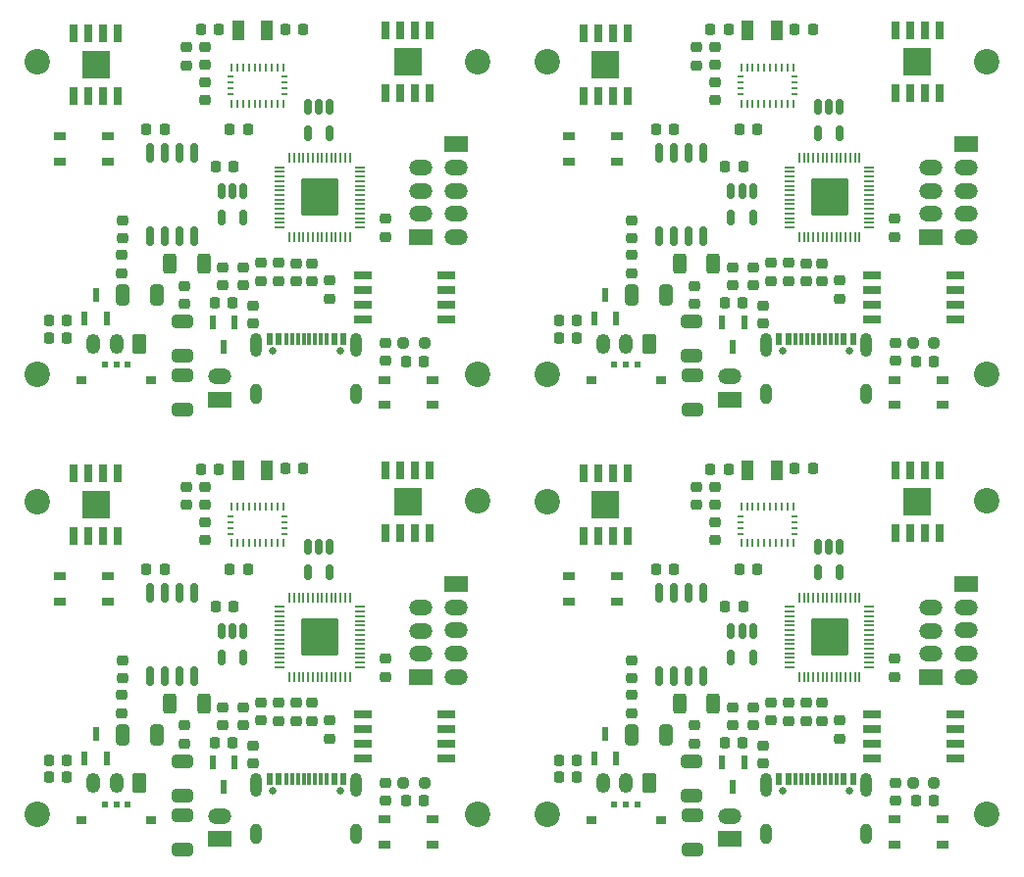
<source format=gbr>
%TF.GenerationSoftware,KiCad,Pcbnew,(6.0.4)*%
%TF.CreationDate,2022-09-20T15:17:21+09:00*%
%TF.ProjectId,mainboard_p_rev3,6d61696e-626f-4617-9264-5f705f726576,rev?*%
%TF.SameCoordinates,Original*%
%TF.FileFunction,Soldermask,Top*%
%TF.FilePolarity,Negative*%
%FSLAX46Y46*%
G04 Gerber Fmt 4.6, Leading zero omitted, Abs format (unit mm)*
G04 Created by KiCad (PCBNEW (6.0.4)) date 2022-09-20 15:17:21*
%MOMM*%
%LPD*%
G01*
G04 APERTURE LIST*
G04 Aperture macros list*
%AMRoundRect*
0 Rectangle with rounded corners*
0 $1 Rounding radius*
0 $2 $3 $4 $5 $6 $7 $8 $9 X,Y pos of 4 corners*
0 Add a 4 corners polygon primitive as box body*
4,1,4,$2,$3,$4,$5,$6,$7,$8,$9,$2,$3,0*
0 Add four circle primitives for the rounded corners*
1,1,$1+$1,$2,$3*
1,1,$1+$1,$4,$5*
1,1,$1+$1,$6,$7*
1,1,$1+$1,$8,$9*
0 Add four rect primitives between the rounded corners*
20,1,$1+$1,$2,$3,$4,$5,0*
20,1,$1+$1,$4,$5,$6,$7,0*
20,1,$1+$1,$6,$7,$8,$9,0*
20,1,$1+$1,$8,$9,$2,$3,0*%
G04 Aperture macros list end*
%ADD10RoundRect,0.225000X-0.225000X-0.250000X0.225000X-0.250000X0.225000X0.250000X-0.225000X0.250000X0*%
%ADD11R,1.650000X0.650000*%
%ADD12RoundRect,0.250000X0.350000X0.625000X-0.350000X0.625000X-0.350000X-0.625000X0.350000X-0.625000X0*%
%ADD13O,1.200000X1.750000*%
%ADD14RoundRect,0.225000X0.225000X0.250000X-0.225000X0.250000X-0.225000X-0.250000X0.225000X-0.250000X0*%
%ADD15RoundRect,0.250000X0.650000X-0.325000X0.650000X0.325000X-0.650000X0.325000X-0.650000X-0.325000X0*%
%ADD16RoundRect,0.225000X0.250000X-0.225000X0.250000X0.225000X-0.250000X0.225000X-0.250000X-0.225000X0*%
%ADD17RoundRect,0.150000X-0.150000X0.512500X-0.150000X-0.512500X0.150000X-0.512500X0.150000X0.512500X0*%
%ADD18RoundRect,0.225000X-0.250000X0.225000X-0.250000X-0.225000X0.250000X-0.225000X0.250000X0.225000X0*%
%ADD19C,2.200000*%
%ADD20RoundRect,0.237500X-0.250000X-0.237500X0.250000X-0.237500X0.250000X0.237500X-0.250000X0.237500X0*%
%ADD21R,1.000000X1.800000*%
%ADD22R,0.600000X1.300000*%
%ADD23R,2.000000X1.350000*%
%ADD24O,2.000000X1.350000*%
%ADD25RoundRect,0.050000X0.387500X0.050000X-0.387500X0.050000X-0.387500X-0.050000X0.387500X-0.050000X0*%
%ADD26RoundRect,0.050000X0.050000X0.387500X-0.050000X0.387500X-0.050000X-0.387500X0.050000X-0.387500X0*%
%ADD27RoundRect,0.144000X1.456000X1.456000X-1.456000X1.456000X-1.456000X-1.456000X1.456000X-1.456000X0*%
%ADD28R,0.600000X0.510000*%
%ADD29R,0.900000X0.700000*%
%ADD30R,1.050000X0.650000*%
%ADD31R,0.650000X1.525000*%
%ADD32R,2.390000X2.390000*%
%ADD33R,0.250000X0.675000*%
%ADD34R,0.575000X0.250000*%
%ADD35RoundRect,0.250000X0.325000X0.650000X-0.325000X0.650000X-0.325000X-0.650000X0.325000X-0.650000X0*%
%ADD36C,0.650000*%
%ADD37R,0.600000X1.140000*%
%ADD38R,0.300000X1.140000*%
%ADD39O,1.000000X2.100000*%
%ADD40O,1.000000X1.800000*%
%ADD41RoundRect,0.150000X-0.150000X0.712500X-0.150000X-0.712500X0.150000X-0.712500X0.150000X0.712500X0*%
%ADD42RoundRect,0.250000X-0.312500X-0.625000X0.312500X-0.625000X0.312500X0.625000X-0.312500X0.625000X0*%
G04 APERTURE END LIST*
D10*
%TO.C,R73*%
X141037800Y-124353400D03*
X142587800Y-124353400D03*
%TD*%
D11*
%TO.C,IC13*%
X175296200Y-124201000D03*
X175296200Y-122931000D03*
X175296200Y-121661000D03*
X175296200Y-120391000D03*
X168096200Y-120391000D03*
X168096200Y-121661000D03*
X168096200Y-122931000D03*
X168096200Y-124201000D03*
%TD*%
D12*
%TO.C,J25*%
X148836200Y-126309200D03*
D13*
X146836200Y-126309200D03*
X144836200Y-126309200D03*
%TD*%
D14*
%TO.C,R82*%
X150982800Y-107818000D03*
X149432800Y-107818000D03*
%TD*%
D10*
%TO.C,C118*%
X161396200Y-99131200D03*
X162946200Y-99131200D03*
%TD*%
D14*
%TO.C,R78*%
X156901000Y-122804000D03*
X155351000Y-122804000D03*
%TD*%
D15*
%TO.C,C115*%
X152519200Y-127352400D03*
X152519200Y-124402400D03*
%TD*%
D16*
%TO.C,C120*%
X154475000Y-102243000D03*
X154475000Y-100693000D03*
%TD*%
D17*
%TO.C,Y7*%
X165270000Y-105834800D03*
X164320000Y-105834800D03*
X163370000Y-105834800D03*
X163370000Y-108109800D03*
X165270000Y-108109800D03*
%TD*%
D18*
%TO.C,R80*%
X154475000Y-103741000D03*
X154475000Y-105291000D03*
%TD*%
D14*
%TO.C,R71*%
X173411000Y-127833200D03*
X171861000Y-127833200D03*
%TD*%
D16*
%TO.C,R74*%
X163725700Y-120925000D03*
X163725700Y-119375000D03*
%TD*%
%TO.C,D8*%
X170045200Y-117102000D03*
X170045200Y-115552000D03*
%TD*%
D19*
%TO.C,REF\u002A\u002A16*%
X178000000Y-101925200D03*
%TD*%
D18*
%TO.C,R91*%
X157777000Y-119743000D03*
X157777000Y-121293000D03*
%TD*%
%TO.C,C104*%
X170096000Y-126245400D03*
X170096000Y-127795400D03*
%TD*%
%TO.C,C91*%
X165270000Y-120886000D03*
X165270000Y-122436000D03*
%TD*%
D20*
%TO.C,R72*%
X171594600Y-126283800D03*
X173419600Y-126283800D03*
%TD*%
D14*
%TO.C,C100*%
X156939400Y-111043800D03*
X155389400Y-111043800D03*
%TD*%
D18*
%TO.C,C97*%
X159301000Y-119349000D03*
X159301000Y-120899000D03*
%TD*%
D19*
%TO.C,5*%
X178000000Y-129000000D03*
%TD*%
D21*
%TO.C,Y8*%
X159835310Y-99296208D03*
X157335310Y-99296208D03*
%TD*%
D22*
%TO.C,Q11*%
X157025200Y-124522600D03*
X155125200Y-124522600D03*
X156075200Y-126622600D03*
%TD*%
D23*
%TO.C,J30*%
X173144000Y-117114400D03*
D24*
X173144000Y-115114400D03*
X173144000Y-113114400D03*
X173144000Y-111114400D03*
%TD*%
D25*
%TO.C,U13*%
X167825100Y-116276900D03*
X167825100Y-115876900D03*
X167825100Y-115476900D03*
X167825100Y-115076900D03*
X167825100Y-114676900D03*
X167825100Y-114276900D03*
X167825100Y-113876900D03*
X167825100Y-113476900D03*
X167825100Y-113076900D03*
X167825100Y-112676900D03*
X167825100Y-112276900D03*
X167825100Y-111876900D03*
X167825100Y-111476900D03*
X167825100Y-111076900D03*
D26*
X166987600Y-110239400D03*
X166587600Y-110239400D03*
X166187600Y-110239400D03*
X165787600Y-110239400D03*
X165387600Y-110239400D03*
X164987600Y-110239400D03*
X164587600Y-110239400D03*
X164187600Y-110239400D03*
X163787600Y-110239400D03*
X163387600Y-110239400D03*
X162987600Y-110239400D03*
X162587600Y-110239400D03*
X162187600Y-110239400D03*
X161787600Y-110239400D03*
D25*
X160950100Y-111076900D03*
X160950100Y-111476900D03*
X160950100Y-111876900D03*
X160950100Y-112276900D03*
X160950100Y-112676900D03*
X160950100Y-113076900D03*
X160950100Y-113476900D03*
X160950100Y-113876900D03*
X160950100Y-114276900D03*
X160950100Y-114676900D03*
X160950100Y-115076900D03*
X160950100Y-115476900D03*
X160950100Y-115876900D03*
X160950100Y-116276900D03*
D26*
X161787600Y-117114400D03*
X162187600Y-117114400D03*
X162587600Y-117114400D03*
X162987600Y-117114400D03*
X163387600Y-117114400D03*
X163787600Y-117114400D03*
X164187600Y-117114400D03*
X164587600Y-117114400D03*
X164987600Y-117114400D03*
X165387600Y-117114400D03*
X165787600Y-117114400D03*
X166187600Y-117114400D03*
X166587600Y-117114400D03*
X166987600Y-117114400D03*
D27*
X164387600Y-113676900D03*
%TD*%
D10*
%TO.C,C117*%
X156646400Y-107792600D03*
X158196400Y-107792600D03*
%TD*%
D28*
%TO.C,SW4*%
X145829600Y-128131600D03*
X147829600Y-128131600D03*
X146829600Y-128131600D03*
D29*
X143829600Y-129486600D03*
X149829600Y-129486600D03*
%TD*%
D22*
%TO.C,Q10*%
X144104200Y-124177000D03*
X146004200Y-124177000D03*
X145054200Y-122077000D03*
%TD*%
D15*
%TO.C,C114*%
X152544600Y-132026000D03*
X152544600Y-129076000D03*
%TD*%
D18*
%TO.C,R83*%
X147312200Y-118676200D03*
X147312200Y-120226200D03*
%TD*%
D14*
%TO.C,C119*%
X155681800Y-99182000D03*
X154131800Y-99182000D03*
%TD*%
D23*
%TO.C,J31*%
X176192000Y-109101200D03*
D24*
X176192000Y-111101200D03*
X176192000Y-113101200D03*
X176192000Y-115101200D03*
X176192000Y-117101200D03*
%TD*%
D18*
%TO.C,R84*%
X147337600Y-115679000D03*
X147337600Y-117229000D03*
%TD*%
D30*
%TO.C,S7*%
X170002200Y-129450600D03*
X174152200Y-129450600D03*
X170002200Y-131600600D03*
X174152200Y-131600600D03*
%TD*%
D31*
%TO.C,IC16*%
X143146600Y-104967400D03*
X144416600Y-104967400D03*
X145686600Y-104967400D03*
X146956600Y-104967400D03*
X146956600Y-99543400D03*
X145686600Y-99543400D03*
X144416600Y-99543400D03*
X143146600Y-99543400D03*
D32*
X145051600Y-102255400D03*
%TD*%
D16*
%TO.C,C102*%
X152900200Y-102268400D03*
X152900200Y-100718400D03*
%TD*%
D33*
%TO.C,AC4*%
X156771600Y-102439400D03*
D34*
X156708600Y-103252400D03*
X156708600Y-103752400D03*
X156708600Y-104252400D03*
X156708600Y-104752400D03*
D33*
X156771600Y-105565400D03*
X157271600Y-105565400D03*
X157771600Y-105565400D03*
X158271600Y-105565400D03*
X158771600Y-105565400D03*
X159271600Y-105565400D03*
X159771600Y-105565400D03*
X160271600Y-105565400D03*
X160771600Y-105565400D03*
X161271600Y-105565400D03*
D34*
X161334600Y-104752400D03*
X161334600Y-104252400D03*
X161334600Y-103752400D03*
X161334600Y-103252400D03*
D33*
X161271600Y-102439400D03*
X160771600Y-102439400D03*
X160271600Y-102439400D03*
X159771600Y-102439400D03*
X159271600Y-102439400D03*
X158771600Y-102439400D03*
X158271600Y-102439400D03*
X157771600Y-102439400D03*
X157271600Y-102439400D03*
%TD*%
D17*
%TO.C,U15*%
X157812600Y-113157500D03*
X156862600Y-113157500D03*
X155912600Y-113157500D03*
X155912600Y-115432500D03*
X157812600Y-115432500D03*
%TD*%
D35*
%TO.C,C111*%
X150311200Y-122118200D03*
X147361200Y-122118200D03*
%TD*%
D36*
%TO.C,U14*%
X166140000Y-126970000D03*
X160360000Y-126970000D03*
D37*
X160050000Y-125900000D03*
X160850000Y-125900000D03*
D38*
X161500000Y-125900000D03*
X162000000Y-125900000D03*
X162500000Y-125900000D03*
X163000000Y-125900000D03*
X163500000Y-125900000D03*
X164000000Y-125900000D03*
X164500000Y-125900000D03*
X165000000Y-125900000D03*
D37*
X165650000Y-125900000D03*
X166450000Y-125900000D03*
D39*
X167570000Y-126470000D03*
X158930000Y-126470000D03*
D40*
X158930000Y-130650000D03*
X167570000Y-130650000D03*
%TD*%
D18*
%TO.C,C94*%
X160825000Y-119362000D03*
X160825000Y-120912000D03*
%TD*%
D23*
%TO.C,J26*%
X155795800Y-131135200D03*
D24*
X155795800Y-129135200D03*
%TD*%
D30*
%TO.C,S8*%
X141925000Y-108425000D03*
X146075000Y-108425000D03*
X141925000Y-110575000D03*
X146075000Y-110575000D03*
%TD*%
D18*
%TO.C,C106*%
X152747800Y-121317800D03*
X152747800Y-122867800D03*
%TD*%
D19*
%TO.C,REF\u002A\u002A13*%
X140000000Y-129000000D03*
%TD*%
D31*
%TO.C,IC15*%
X170095000Y-104713400D03*
X171365000Y-104713400D03*
X172635000Y-104713400D03*
X173905000Y-104713400D03*
X173905000Y-99289400D03*
X172635000Y-99289400D03*
X171365000Y-99289400D03*
X170095000Y-99289400D03*
D32*
X172000000Y-102001400D03*
%TD*%
D19*
%TO.C,REF\u002A\u002A14*%
X178000000Y-129000000D03*
%TD*%
D16*
%TO.C,R75*%
X162349000Y-120925000D03*
X162349000Y-119375000D03*
%TD*%
D18*
%TO.C,R92*%
X158666000Y-123032000D03*
X158666000Y-124582000D03*
%TD*%
D41*
%TO.C,U16*%
X153535200Y-109818900D03*
X152265200Y-109818900D03*
X150995200Y-109818900D03*
X149725200Y-109818900D03*
X149725200Y-117043900D03*
X150995200Y-117043900D03*
X152265200Y-117043900D03*
X153535200Y-117043900D03*
%TD*%
D10*
%TO.C,R70*%
X141025400Y-125801200D03*
X142575400Y-125801200D03*
%TD*%
D42*
%TO.C,R79*%
X151437700Y-119425800D03*
X154362700Y-119425800D03*
%TD*%
D18*
%TO.C,R77*%
X155999000Y-119743000D03*
X155999000Y-121293000D03*
%TD*%
D19*
%TO.C,REF\u002A\u002A15*%
X140000000Y-102000000D03*
%TD*%
D10*
%TO.C,R50*%
X97037800Y-124353400D03*
X98587800Y-124353400D03*
%TD*%
D11*
%TO.C,IC5*%
X131296200Y-124201000D03*
X131296200Y-122931000D03*
X131296200Y-121661000D03*
X131296200Y-120391000D03*
X124096200Y-120391000D03*
X124096200Y-121661000D03*
X124096200Y-122931000D03*
X124096200Y-124201000D03*
%TD*%
D12*
%TO.C,J17*%
X104836200Y-126309200D03*
D13*
X102836200Y-126309200D03*
X100836200Y-126309200D03*
%TD*%
D14*
%TO.C,R59*%
X106982800Y-107818000D03*
X105432800Y-107818000D03*
%TD*%
D10*
%TO.C,C88*%
X117396200Y-99131200D03*
X118946200Y-99131200D03*
%TD*%
D14*
%TO.C,R55*%
X112901000Y-122804000D03*
X111351000Y-122804000D03*
%TD*%
D15*
%TO.C,C85*%
X108519200Y-127352400D03*
X108519200Y-124402400D03*
%TD*%
D16*
%TO.C,C90*%
X110475000Y-102243000D03*
X110475000Y-100693000D03*
%TD*%
D17*
%TO.C,Y5*%
X121270000Y-105834800D03*
X120320000Y-105834800D03*
X119370000Y-105834800D03*
X119370000Y-108109800D03*
X121270000Y-108109800D03*
%TD*%
D18*
%TO.C,R57*%
X110475000Y-103741000D03*
X110475000Y-105291000D03*
%TD*%
D14*
%TO.C,R48*%
X129411000Y-127833200D03*
X127861000Y-127833200D03*
%TD*%
D16*
%TO.C,R51*%
X119725700Y-120925000D03*
X119725700Y-119375000D03*
%TD*%
%TO.C,D6*%
X126045200Y-117102000D03*
X126045200Y-115552000D03*
%TD*%
D19*
%TO.C,REF\u002A\u002A10*%
X134000000Y-101925200D03*
%TD*%
D18*
%TO.C,R68*%
X113777000Y-119743000D03*
X113777000Y-121293000D03*
%TD*%
%TO.C,C74*%
X126096000Y-126245400D03*
X126096000Y-127795400D03*
%TD*%
%TO.C,C61*%
X121270000Y-120886000D03*
X121270000Y-122436000D03*
%TD*%
D20*
%TO.C,R49*%
X127594600Y-126283800D03*
X129419600Y-126283800D03*
%TD*%
D14*
%TO.C,C70*%
X112939400Y-111043800D03*
X111389400Y-111043800D03*
%TD*%
D18*
%TO.C,C67*%
X115301000Y-119349000D03*
X115301000Y-120899000D03*
%TD*%
D19*
%TO.C,3*%
X134000000Y-129000000D03*
%TD*%
D21*
%TO.C,Y6*%
X115835310Y-99296208D03*
X113335310Y-99296208D03*
%TD*%
D22*
%TO.C,Q6*%
X113025200Y-124522600D03*
X111125200Y-124522600D03*
X112075200Y-126622600D03*
%TD*%
D23*
%TO.C,J22*%
X129144000Y-117114400D03*
D24*
X129144000Y-115114400D03*
X129144000Y-113114400D03*
X129144000Y-111114400D03*
%TD*%
D25*
%TO.C,U3*%
X123825100Y-116276900D03*
X123825100Y-115876900D03*
X123825100Y-115476900D03*
X123825100Y-115076900D03*
X123825100Y-114676900D03*
X123825100Y-114276900D03*
X123825100Y-113876900D03*
X123825100Y-113476900D03*
X123825100Y-113076900D03*
X123825100Y-112676900D03*
X123825100Y-112276900D03*
X123825100Y-111876900D03*
X123825100Y-111476900D03*
X123825100Y-111076900D03*
D26*
X122987600Y-110239400D03*
X122587600Y-110239400D03*
X122187600Y-110239400D03*
X121787600Y-110239400D03*
X121387600Y-110239400D03*
X120987600Y-110239400D03*
X120587600Y-110239400D03*
X120187600Y-110239400D03*
X119787600Y-110239400D03*
X119387600Y-110239400D03*
X118987600Y-110239400D03*
X118587600Y-110239400D03*
X118187600Y-110239400D03*
X117787600Y-110239400D03*
D25*
X116950100Y-111076900D03*
X116950100Y-111476900D03*
X116950100Y-111876900D03*
X116950100Y-112276900D03*
X116950100Y-112676900D03*
X116950100Y-113076900D03*
X116950100Y-113476900D03*
X116950100Y-113876900D03*
X116950100Y-114276900D03*
X116950100Y-114676900D03*
X116950100Y-115076900D03*
X116950100Y-115476900D03*
X116950100Y-115876900D03*
X116950100Y-116276900D03*
D26*
X117787600Y-117114400D03*
X118187600Y-117114400D03*
X118587600Y-117114400D03*
X118987600Y-117114400D03*
X119387600Y-117114400D03*
X119787600Y-117114400D03*
X120187600Y-117114400D03*
X120587600Y-117114400D03*
X120987600Y-117114400D03*
X121387600Y-117114400D03*
X121787600Y-117114400D03*
X122187600Y-117114400D03*
X122587600Y-117114400D03*
X122987600Y-117114400D03*
D27*
X120387600Y-113676900D03*
%TD*%
D10*
%TO.C,C87*%
X112646400Y-107792600D03*
X114196400Y-107792600D03*
%TD*%
D28*
%TO.C,SW3*%
X101829600Y-128131600D03*
X103829600Y-128131600D03*
X102829600Y-128131600D03*
D29*
X99829600Y-129486600D03*
X105829600Y-129486600D03*
%TD*%
D22*
%TO.C,Q5*%
X100104200Y-124177000D03*
X102004200Y-124177000D03*
X101054200Y-122077000D03*
%TD*%
D15*
%TO.C,C84*%
X108544600Y-132026000D03*
X108544600Y-129076000D03*
%TD*%
D18*
%TO.C,R60*%
X103312200Y-118676200D03*
X103312200Y-120226200D03*
%TD*%
D14*
%TO.C,C89*%
X111681800Y-99182000D03*
X110131800Y-99182000D03*
%TD*%
D23*
%TO.C,J23*%
X132192000Y-109101200D03*
D24*
X132192000Y-111101200D03*
X132192000Y-113101200D03*
X132192000Y-115101200D03*
X132192000Y-117101200D03*
%TD*%
D18*
%TO.C,R61*%
X103337600Y-115679000D03*
X103337600Y-117229000D03*
%TD*%
D30*
%TO.C,S5*%
X126002200Y-129450600D03*
X130152200Y-129450600D03*
X126002200Y-131600600D03*
X130152200Y-131600600D03*
%TD*%
D31*
%TO.C,IC12*%
X99146600Y-104967400D03*
X100416600Y-104967400D03*
X101686600Y-104967400D03*
X102956600Y-104967400D03*
X102956600Y-99543400D03*
X101686600Y-99543400D03*
X100416600Y-99543400D03*
X99146600Y-99543400D03*
D32*
X101051600Y-102255400D03*
%TD*%
D16*
%TO.C,C72*%
X108900200Y-102268400D03*
X108900200Y-100718400D03*
%TD*%
D33*
%TO.C,AC3*%
X112771600Y-102439400D03*
D34*
X112708600Y-103252400D03*
X112708600Y-103752400D03*
X112708600Y-104252400D03*
X112708600Y-104752400D03*
D33*
X112771600Y-105565400D03*
X113271600Y-105565400D03*
X113771600Y-105565400D03*
X114271600Y-105565400D03*
X114771600Y-105565400D03*
X115271600Y-105565400D03*
X115771600Y-105565400D03*
X116271600Y-105565400D03*
X116771600Y-105565400D03*
X117271600Y-105565400D03*
D34*
X117334600Y-104752400D03*
X117334600Y-104252400D03*
X117334600Y-103752400D03*
X117334600Y-103252400D03*
D33*
X117271600Y-102439400D03*
X116771600Y-102439400D03*
X116271600Y-102439400D03*
X115771600Y-102439400D03*
X115271600Y-102439400D03*
X114771600Y-102439400D03*
X114271600Y-102439400D03*
X113771600Y-102439400D03*
X113271600Y-102439400D03*
%TD*%
D17*
%TO.C,U11*%
X113812600Y-113157500D03*
X112862600Y-113157500D03*
X111912600Y-113157500D03*
X111912600Y-115432500D03*
X113812600Y-115432500D03*
%TD*%
D35*
%TO.C,C81*%
X106311200Y-122118200D03*
X103361200Y-122118200D03*
%TD*%
D36*
%TO.C,U10*%
X122140000Y-126970000D03*
X116360000Y-126970000D03*
D37*
X116050000Y-125900000D03*
X116850000Y-125900000D03*
D38*
X117500000Y-125900000D03*
X118000000Y-125900000D03*
X118500000Y-125900000D03*
X119000000Y-125900000D03*
X119500000Y-125900000D03*
X120000000Y-125900000D03*
X120500000Y-125900000D03*
X121000000Y-125900000D03*
D37*
X121650000Y-125900000D03*
X122450000Y-125900000D03*
D39*
X123570000Y-126470000D03*
X114930000Y-126470000D03*
D40*
X114930000Y-130650000D03*
X123570000Y-130650000D03*
%TD*%
D18*
%TO.C,C64*%
X116825000Y-119362000D03*
X116825000Y-120912000D03*
%TD*%
D23*
%TO.C,J18*%
X111795800Y-131135200D03*
D24*
X111795800Y-129135200D03*
%TD*%
D30*
%TO.C,S6*%
X97925000Y-108425000D03*
X102075000Y-108425000D03*
X97925000Y-110575000D03*
X102075000Y-110575000D03*
%TD*%
D18*
%TO.C,C76*%
X108747800Y-121317800D03*
X108747800Y-122867800D03*
%TD*%
D19*
%TO.C,REF\u002A\u002A7*%
X96000000Y-129000000D03*
%TD*%
D31*
%TO.C,IC11*%
X126095000Y-104713400D03*
X127365000Y-104713400D03*
X128635000Y-104713400D03*
X129905000Y-104713400D03*
X129905000Y-99289400D03*
X128635000Y-99289400D03*
X127365000Y-99289400D03*
X126095000Y-99289400D03*
D32*
X128000000Y-102001400D03*
%TD*%
D19*
%TO.C,REF\u002A\u002A8*%
X134000000Y-129000000D03*
%TD*%
D16*
%TO.C,R52*%
X118349000Y-120925000D03*
X118349000Y-119375000D03*
%TD*%
D18*
%TO.C,R69*%
X114666000Y-123032000D03*
X114666000Y-124582000D03*
%TD*%
D41*
%TO.C,U12*%
X109535200Y-109818900D03*
X108265200Y-109818900D03*
X106995200Y-109818900D03*
X105725200Y-109818900D03*
X105725200Y-117043900D03*
X106995200Y-117043900D03*
X108265200Y-117043900D03*
X109535200Y-117043900D03*
%TD*%
D10*
%TO.C,R47*%
X97025400Y-125801200D03*
X98575400Y-125801200D03*
%TD*%
D42*
%TO.C,R56*%
X107437700Y-119425800D03*
X110362700Y-119425800D03*
%TD*%
D18*
%TO.C,R54*%
X111999000Y-119743000D03*
X111999000Y-121293000D03*
%TD*%
D19*
%TO.C,REF\u002A\u002A9*%
X96000000Y-102000000D03*
%TD*%
D10*
%TO.C,R27*%
X141037800Y-86353400D03*
X142587800Y-86353400D03*
%TD*%
D11*
%TO.C,IC3*%
X175296200Y-86201000D03*
X175296200Y-84931000D03*
X175296200Y-83661000D03*
X175296200Y-82391000D03*
X168096200Y-82391000D03*
X168096200Y-83661000D03*
X168096200Y-84931000D03*
X168096200Y-86201000D03*
%TD*%
D12*
%TO.C,J2*%
X148836200Y-88309200D03*
D13*
X146836200Y-88309200D03*
X144836200Y-88309200D03*
%TD*%
D14*
%TO.C,R36*%
X150982800Y-69818000D03*
X149432800Y-69818000D03*
%TD*%
D10*
%TO.C,C58*%
X161396200Y-61131200D03*
X162946200Y-61131200D03*
%TD*%
D14*
%TO.C,R32*%
X156901000Y-84804000D03*
X155351000Y-84804000D03*
%TD*%
D15*
%TO.C,C55*%
X152519200Y-89352400D03*
X152519200Y-86402400D03*
%TD*%
D16*
%TO.C,C60*%
X154475000Y-64243000D03*
X154475000Y-62693000D03*
%TD*%
D17*
%TO.C,Y3*%
X165270000Y-67834800D03*
X164320000Y-67834800D03*
X163370000Y-67834800D03*
X163370000Y-70109800D03*
X165270000Y-70109800D03*
%TD*%
D18*
%TO.C,R34*%
X154475000Y-65741000D03*
X154475000Y-67291000D03*
%TD*%
D14*
%TO.C,R25*%
X173411000Y-89833200D03*
X171861000Y-89833200D03*
%TD*%
D16*
%TO.C,R28*%
X163725700Y-82925000D03*
X163725700Y-81375000D03*
%TD*%
%TO.C,D4*%
X170045200Y-79102000D03*
X170045200Y-77552000D03*
%TD*%
D19*
%TO.C,REF\u002A\u002A4*%
X178000000Y-63925200D03*
%TD*%
D18*
%TO.C,R45*%
X157777000Y-81743000D03*
X157777000Y-83293000D03*
%TD*%
%TO.C,C44*%
X170096000Y-88245400D03*
X170096000Y-89795400D03*
%TD*%
%TO.C,C24*%
X165270000Y-82886000D03*
X165270000Y-84436000D03*
%TD*%
D20*
%TO.C,R26*%
X171594600Y-88283800D03*
X173419600Y-88283800D03*
%TD*%
D14*
%TO.C,C40*%
X156939400Y-73043800D03*
X155389400Y-73043800D03*
%TD*%
D18*
%TO.C,C32*%
X159301000Y-81349000D03*
X159301000Y-82899000D03*
%TD*%
D19*
%TO.C,1*%
X178000000Y-91000000D03*
%TD*%
D21*
%TO.C,Y4*%
X159835310Y-61296208D03*
X157335310Y-61296208D03*
%TD*%
D22*
%TO.C,Q4*%
X157025200Y-86522600D03*
X155125200Y-86522600D03*
X156075200Y-88622600D03*
%TD*%
D23*
%TO.C,J14*%
X173144000Y-79114400D03*
D24*
X173144000Y-77114400D03*
X173144000Y-75114400D03*
X173144000Y-73114400D03*
%TD*%
D25*
%TO.C,U2*%
X167825100Y-78276900D03*
X167825100Y-77876900D03*
X167825100Y-77476900D03*
X167825100Y-77076900D03*
X167825100Y-76676900D03*
X167825100Y-76276900D03*
X167825100Y-75876900D03*
X167825100Y-75476900D03*
X167825100Y-75076900D03*
X167825100Y-74676900D03*
X167825100Y-74276900D03*
X167825100Y-73876900D03*
X167825100Y-73476900D03*
X167825100Y-73076900D03*
D26*
X166987600Y-72239400D03*
X166587600Y-72239400D03*
X166187600Y-72239400D03*
X165787600Y-72239400D03*
X165387600Y-72239400D03*
X164987600Y-72239400D03*
X164587600Y-72239400D03*
X164187600Y-72239400D03*
X163787600Y-72239400D03*
X163387600Y-72239400D03*
X162987600Y-72239400D03*
X162587600Y-72239400D03*
X162187600Y-72239400D03*
X161787600Y-72239400D03*
D25*
X160950100Y-73076900D03*
X160950100Y-73476900D03*
X160950100Y-73876900D03*
X160950100Y-74276900D03*
X160950100Y-74676900D03*
X160950100Y-75076900D03*
X160950100Y-75476900D03*
X160950100Y-75876900D03*
X160950100Y-76276900D03*
X160950100Y-76676900D03*
X160950100Y-77076900D03*
X160950100Y-77476900D03*
X160950100Y-77876900D03*
X160950100Y-78276900D03*
D26*
X161787600Y-79114400D03*
X162187600Y-79114400D03*
X162587600Y-79114400D03*
X162987600Y-79114400D03*
X163387600Y-79114400D03*
X163787600Y-79114400D03*
X164187600Y-79114400D03*
X164587600Y-79114400D03*
X164987600Y-79114400D03*
X165387600Y-79114400D03*
X165787600Y-79114400D03*
X166187600Y-79114400D03*
X166587600Y-79114400D03*
X166987600Y-79114400D03*
D27*
X164387600Y-75676900D03*
%TD*%
D10*
%TO.C,C57*%
X156646400Y-69792600D03*
X158196400Y-69792600D03*
%TD*%
D28*
%TO.C,SW2*%
X145829600Y-90131600D03*
X147829600Y-90131600D03*
X146829600Y-90131600D03*
D29*
X143829600Y-91486600D03*
X149829600Y-91486600D03*
%TD*%
D22*
%TO.C,Q3*%
X144104200Y-86177000D03*
X146004200Y-86177000D03*
X145054200Y-84077000D03*
%TD*%
D15*
%TO.C,C54*%
X152544600Y-94026000D03*
X152544600Y-91076000D03*
%TD*%
D18*
%TO.C,R37*%
X147312200Y-80676200D03*
X147312200Y-82226200D03*
%TD*%
D14*
%TO.C,C59*%
X155681800Y-61182000D03*
X154131800Y-61182000D03*
%TD*%
D23*
%TO.C,J15*%
X176192000Y-71101200D03*
D24*
X176192000Y-73101200D03*
X176192000Y-75101200D03*
X176192000Y-77101200D03*
X176192000Y-79101200D03*
%TD*%
D18*
%TO.C,R38*%
X147337600Y-77679000D03*
X147337600Y-79229000D03*
%TD*%
D30*
%TO.C,S3*%
X170002200Y-91450600D03*
X174152200Y-91450600D03*
X170002200Y-93600600D03*
X174152200Y-93600600D03*
%TD*%
D31*
%TO.C,IC10*%
X143146600Y-66967400D03*
X144416600Y-66967400D03*
X145686600Y-66967400D03*
X146956600Y-66967400D03*
X146956600Y-61543400D03*
X145686600Y-61543400D03*
X144416600Y-61543400D03*
X143146600Y-61543400D03*
D32*
X145051600Y-64255400D03*
%TD*%
D16*
%TO.C,C42*%
X152900200Y-64268400D03*
X152900200Y-62718400D03*
%TD*%
D33*
%TO.C,AC2*%
X156771600Y-64439400D03*
D34*
X156708600Y-65252400D03*
X156708600Y-65752400D03*
X156708600Y-66252400D03*
X156708600Y-66752400D03*
D33*
X156771600Y-67565400D03*
X157271600Y-67565400D03*
X157771600Y-67565400D03*
X158271600Y-67565400D03*
X158771600Y-67565400D03*
X159271600Y-67565400D03*
X159771600Y-67565400D03*
X160271600Y-67565400D03*
X160771600Y-67565400D03*
X161271600Y-67565400D03*
D34*
X161334600Y-66752400D03*
X161334600Y-66252400D03*
X161334600Y-65752400D03*
X161334600Y-65252400D03*
D33*
X161271600Y-64439400D03*
X160771600Y-64439400D03*
X160271600Y-64439400D03*
X159771600Y-64439400D03*
X159271600Y-64439400D03*
X158771600Y-64439400D03*
X158271600Y-64439400D03*
X157771600Y-64439400D03*
X157271600Y-64439400D03*
%TD*%
D17*
%TO.C,U8*%
X157812600Y-75157500D03*
X156862600Y-75157500D03*
X155912600Y-75157500D03*
X155912600Y-77432500D03*
X157812600Y-77432500D03*
%TD*%
D35*
%TO.C,C51*%
X150311200Y-84118200D03*
X147361200Y-84118200D03*
%TD*%
D36*
%TO.C,U7*%
X166140000Y-88970000D03*
X160360000Y-88970000D03*
D37*
X160050000Y-87900000D03*
X160850000Y-87900000D03*
D38*
X161500000Y-87900000D03*
X162000000Y-87900000D03*
X162500000Y-87900000D03*
X163000000Y-87900000D03*
X163500000Y-87900000D03*
X164000000Y-87900000D03*
X164500000Y-87900000D03*
X165000000Y-87900000D03*
D37*
X165650000Y-87900000D03*
X166450000Y-87900000D03*
D39*
X167570000Y-88470000D03*
X158930000Y-88470000D03*
D40*
X158930000Y-92650000D03*
X167570000Y-92650000D03*
%TD*%
D18*
%TO.C,C28*%
X160825000Y-81362000D03*
X160825000Y-82912000D03*
%TD*%
D23*
%TO.C,J8*%
X155795800Y-93135200D03*
D24*
X155795800Y-91135200D03*
%TD*%
D30*
%TO.C,S4*%
X141925000Y-70425000D03*
X146075000Y-70425000D03*
X141925000Y-72575000D03*
X146075000Y-72575000D03*
%TD*%
D18*
%TO.C,C46*%
X152747800Y-83317800D03*
X152747800Y-84867800D03*
%TD*%
D19*
%TO.C,REF\u002A\u002A1*%
X140000000Y-91000000D03*
%TD*%
D31*
%TO.C,IC9*%
X170095000Y-66713400D03*
X171365000Y-66713400D03*
X172635000Y-66713400D03*
X173905000Y-66713400D03*
X173905000Y-61289400D03*
X172635000Y-61289400D03*
X171365000Y-61289400D03*
X170095000Y-61289400D03*
D32*
X172000000Y-64001400D03*
%TD*%
D19*
%TO.C,REF\u002A\u002A2*%
X178000000Y-91000000D03*
%TD*%
D16*
%TO.C,R29*%
X162349000Y-82925000D03*
X162349000Y-81375000D03*
%TD*%
D18*
%TO.C,R46*%
X158666000Y-85032000D03*
X158666000Y-86582000D03*
%TD*%
D41*
%TO.C,U9*%
X153535200Y-71818900D03*
X152265200Y-71818900D03*
X150995200Y-71818900D03*
X149725200Y-71818900D03*
X149725200Y-79043900D03*
X150995200Y-79043900D03*
X152265200Y-79043900D03*
X153535200Y-79043900D03*
%TD*%
D10*
%TO.C,R24*%
X141025400Y-87801200D03*
X142575400Y-87801200D03*
%TD*%
D42*
%TO.C,R33*%
X151437700Y-81425800D03*
X154362700Y-81425800D03*
%TD*%
D18*
%TO.C,R31*%
X155999000Y-81743000D03*
X155999000Y-83293000D03*
%TD*%
D19*
%TO.C,REF\u002A\u002A3*%
X140000000Y-64000000D03*
%TD*%
D31*
%TO.C,IC7*%
X126095000Y-66713400D03*
X127365000Y-66713400D03*
X128635000Y-66713400D03*
X129905000Y-66713400D03*
X129905000Y-61289400D03*
X128635000Y-61289400D03*
X127365000Y-61289400D03*
X126095000Y-61289400D03*
D32*
X128000000Y-64001400D03*
%TD*%
D11*
%TO.C,IC1*%
X131296200Y-86201000D03*
X131296200Y-84931000D03*
X131296200Y-83661000D03*
X131296200Y-82391000D03*
X124096200Y-82391000D03*
X124096200Y-83661000D03*
X124096200Y-84931000D03*
X124096200Y-86201000D03*
%TD*%
D30*
%TO.C,S2*%
X97925000Y-70425000D03*
X102075000Y-70425000D03*
X97925000Y-72575000D03*
X102075000Y-72575000D03*
%TD*%
D18*
%TO.C,R23*%
X114666000Y-85032000D03*
X114666000Y-86582000D03*
%TD*%
D16*
%TO.C,R6*%
X118349000Y-82925000D03*
X118349000Y-81375000D03*
%TD*%
D19*
%TO.C,REF\u002A\u002A*%
X134000000Y-91000000D03*
%TD*%
D10*
%TO.C,R4*%
X97037800Y-86353400D03*
X98587800Y-86353400D03*
%TD*%
D19*
%TO.C,REF\u002A\u002A*%
X96000000Y-91000000D03*
%TD*%
D18*
%TO.C,C16*%
X108747800Y-83317800D03*
X108747800Y-84867800D03*
%TD*%
D23*
%TO.C,J3*%
X111795800Y-93135200D03*
D24*
X111795800Y-91135200D03*
%TD*%
D42*
%TO.C,R10*%
X107437700Y-81425800D03*
X110362700Y-81425800D03*
%TD*%
D10*
%TO.C,R1*%
X97025400Y-87801200D03*
X98575400Y-87801200D03*
%TD*%
D41*
%TO.C,U6*%
X109535200Y-71818900D03*
X108265200Y-71818900D03*
X106995200Y-71818900D03*
X105725200Y-71818900D03*
X105725200Y-79043900D03*
X106995200Y-79043900D03*
X108265200Y-79043900D03*
X109535200Y-79043900D03*
%TD*%
D19*
%TO.C,REF\u002A\u002A*%
X96000000Y-64000000D03*
%TD*%
D18*
%TO.C,R8*%
X111999000Y-81743000D03*
X111999000Y-83293000D03*
%TD*%
D25*
%TO.C,U1*%
X123825100Y-78276900D03*
X123825100Y-77876900D03*
X123825100Y-77476900D03*
X123825100Y-77076900D03*
X123825100Y-76676900D03*
X123825100Y-76276900D03*
X123825100Y-75876900D03*
X123825100Y-75476900D03*
X123825100Y-75076900D03*
X123825100Y-74676900D03*
X123825100Y-74276900D03*
X123825100Y-73876900D03*
X123825100Y-73476900D03*
X123825100Y-73076900D03*
D26*
X122987600Y-72239400D03*
X122587600Y-72239400D03*
X122187600Y-72239400D03*
X121787600Y-72239400D03*
X121387600Y-72239400D03*
X120987600Y-72239400D03*
X120587600Y-72239400D03*
X120187600Y-72239400D03*
X119787600Y-72239400D03*
X119387600Y-72239400D03*
X118987600Y-72239400D03*
X118587600Y-72239400D03*
X118187600Y-72239400D03*
X117787600Y-72239400D03*
D25*
X116950100Y-73076900D03*
X116950100Y-73476900D03*
X116950100Y-73876900D03*
X116950100Y-74276900D03*
X116950100Y-74676900D03*
X116950100Y-75076900D03*
X116950100Y-75476900D03*
X116950100Y-75876900D03*
X116950100Y-76276900D03*
X116950100Y-76676900D03*
X116950100Y-77076900D03*
X116950100Y-77476900D03*
X116950100Y-77876900D03*
X116950100Y-78276900D03*
D26*
X117787600Y-79114400D03*
X118187600Y-79114400D03*
X118587600Y-79114400D03*
X118987600Y-79114400D03*
X119387600Y-79114400D03*
X119787600Y-79114400D03*
X120187600Y-79114400D03*
X120587600Y-79114400D03*
X120987600Y-79114400D03*
X121387600Y-79114400D03*
X121787600Y-79114400D03*
X122187600Y-79114400D03*
X122587600Y-79114400D03*
X122987600Y-79114400D03*
D27*
X120387600Y-75676900D03*
%TD*%
D33*
%TO.C,AC1*%
X112771600Y-64439400D03*
D34*
X112708600Y-65252400D03*
X112708600Y-65752400D03*
X112708600Y-66252400D03*
X112708600Y-66752400D03*
D33*
X112771600Y-67565400D03*
X113271600Y-67565400D03*
X113771600Y-67565400D03*
X114271600Y-67565400D03*
X114771600Y-67565400D03*
X115271600Y-67565400D03*
X115771600Y-67565400D03*
X116271600Y-67565400D03*
X116771600Y-67565400D03*
X117271600Y-67565400D03*
D34*
X117334600Y-66752400D03*
X117334600Y-66252400D03*
X117334600Y-65752400D03*
X117334600Y-65252400D03*
D33*
X117271600Y-64439400D03*
X116771600Y-64439400D03*
X116271600Y-64439400D03*
X115771600Y-64439400D03*
X115271600Y-64439400D03*
X114771600Y-64439400D03*
X114271600Y-64439400D03*
X113771600Y-64439400D03*
X113271600Y-64439400D03*
%TD*%
D18*
%TO.C,C4*%
X116825000Y-81362000D03*
X116825000Y-82912000D03*
%TD*%
D14*
%TO.C,C36*%
X111681800Y-61182000D03*
X110131800Y-61182000D03*
%TD*%
D30*
%TO.C,S1*%
X126002200Y-91450600D03*
X130152200Y-91450600D03*
X126002200Y-93600600D03*
X130152200Y-93600600D03*
%TD*%
D18*
%TO.C,R14*%
X103312200Y-80676200D03*
X103312200Y-82226200D03*
%TD*%
D23*
%TO.C,J7*%
X129144000Y-79114400D03*
D24*
X129144000Y-77114400D03*
X129144000Y-75114400D03*
X129144000Y-73114400D03*
%TD*%
D15*
%TO.C,C26*%
X108544600Y-94026000D03*
X108544600Y-91076000D03*
%TD*%
D35*
%TO.C,C21*%
X106311200Y-84118200D03*
X103361200Y-84118200D03*
%TD*%
D17*
%TO.C,U5*%
X113812600Y-75157500D03*
X112862600Y-75157500D03*
X111912600Y-75157500D03*
X111912600Y-77432500D03*
X113812600Y-77432500D03*
%TD*%
D18*
%TO.C,R15*%
X103337600Y-77679000D03*
X103337600Y-79229000D03*
%TD*%
D16*
%TO.C,C12*%
X108900200Y-64268400D03*
X108900200Y-62718400D03*
%TD*%
D31*
%TO.C,IC8*%
X99146600Y-66967400D03*
X100416600Y-66967400D03*
X101686600Y-66967400D03*
X102956600Y-66967400D03*
X102956600Y-61543400D03*
X101686600Y-61543400D03*
X100416600Y-61543400D03*
X99146600Y-61543400D03*
D32*
X101051600Y-64255400D03*
%TD*%
D23*
%TO.C,J10*%
X132192000Y-71101200D03*
D24*
X132192000Y-73101200D03*
X132192000Y-75101200D03*
X132192000Y-77101200D03*
X132192000Y-79101200D03*
%TD*%
D22*
%TO.C,Q1*%
X100104200Y-86177000D03*
X102004200Y-86177000D03*
X101054200Y-84077000D03*
%TD*%
D28*
%TO.C,SW1*%
X101829600Y-90131600D03*
X103829600Y-90131600D03*
X102829600Y-90131600D03*
D29*
X99829600Y-91486600D03*
X105829600Y-91486600D03*
%TD*%
D10*
%TO.C,C34*%
X112646400Y-69792600D03*
X114196400Y-69792600D03*
%TD*%
D36*
%TO.C,U4*%
X122140000Y-88970000D03*
X116360000Y-88970000D03*
D37*
X116050000Y-87900000D03*
X116850000Y-87900000D03*
D38*
X117500000Y-87900000D03*
X118000000Y-87900000D03*
X118500000Y-87900000D03*
X119000000Y-87900000D03*
X119500000Y-87900000D03*
X120000000Y-87900000D03*
X120500000Y-87900000D03*
X121000000Y-87900000D03*
D37*
X121650000Y-87900000D03*
X122450000Y-87900000D03*
D39*
X123570000Y-88470000D03*
X114930000Y-88470000D03*
D40*
X114930000Y-92650000D03*
X123570000Y-92650000D03*
%TD*%
D14*
%TO.C,R2*%
X129411000Y-89833200D03*
X127861000Y-89833200D03*
%TD*%
D16*
%TO.C,C37*%
X110475000Y-64243000D03*
X110475000Y-62693000D03*
%TD*%
%TO.C,R5*%
X119725700Y-82925000D03*
X119725700Y-81375000D03*
%TD*%
D22*
%TO.C,Q2*%
X113025200Y-86522600D03*
X111125200Y-86522600D03*
X112075200Y-88622600D03*
%TD*%
D18*
%TO.C,C1*%
X121270000Y-82886000D03*
X121270000Y-84436000D03*
%TD*%
D21*
%TO.C,Y2*%
X115835310Y-61296208D03*
X113335310Y-61296208D03*
%TD*%
D19*
%TO.C,*%
X134000000Y-91000000D03*
%TD*%
D18*
%TO.C,R11*%
X110475000Y-65741000D03*
X110475000Y-67291000D03*
%TD*%
D17*
%TO.C,Y1*%
X121270000Y-67834800D03*
X120320000Y-67834800D03*
X119370000Y-67834800D03*
X119370000Y-70109800D03*
X121270000Y-70109800D03*
%TD*%
D18*
%TO.C,C14*%
X126096000Y-88245400D03*
X126096000Y-89795400D03*
%TD*%
%TO.C,R22*%
X113777000Y-81743000D03*
X113777000Y-83293000D03*
%TD*%
D19*
%TO.C,REF\u002A\u002A*%
X134000000Y-63925200D03*
%TD*%
D18*
%TO.C,C7*%
X115301000Y-81349000D03*
X115301000Y-82899000D03*
%TD*%
D16*
%TO.C,D3*%
X126045200Y-79102000D03*
X126045200Y-77552000D03*
%TD*%
D14*
%TO.C,C10*%
X112939400Y-73043800D03*
X111389400Y-73043800D03*
%TD*%
D20*
%TO.C,R3*%
X127594600Y-88283800D03*
X129419600Y-88283800D03*
%TD*%
D14*
%TO.C,R9*%
X112901000Y-84804000D03*
X111351000Y-84804000D03*
%TD*%
%TO.C,R13*%
X106982800Y-69818000D03*
X105432800Y-69818000D03*
%TD*%
D15*
%TO.C,C30*%
X108519200Y-89352400D03*
X108519200Y-86402400D03*
%TD*%
D10*
%TO.C,C35*%
X117396200Y-61131200D03*
X118946200Y-61131200D03*
%TD*%
D12*
%TO.C,J1*%
X104836200Y-88309200D03*
D13*
X102836200Y-88309200D03*
X100836200Y-88309200D03*
%TD*%
M02*

</source>
